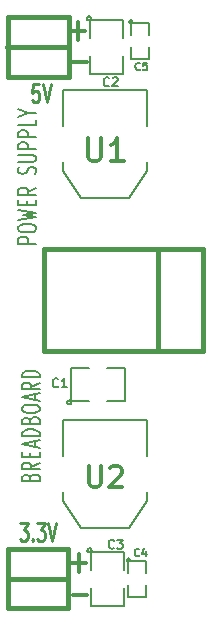
<source format=gto>
G04 (created by PCBNEW-RS274X (2012-01-19 BZR 3256)-stable) date 15/02/2013 12:54:05*
G01*
G70*
G90*
%MOIN*%
G04 Gerber Fmt 3.4, Leading zero omitted, Abs format*
%FSLAX34Y34*%
G04 APERTURE LIST*
%ADD10C,0.006000*%
%ADD11C,0.012000*%
%ADD12C,0.015000*%
%ADD13C,0.008000*%
%ADD14C,0.010000*%
%ADD15C,0.005000*%
G04 APERTURE END LIST*
G54D10*
G54D11*
X68172Y-53269D02*
X68629Y-53269D01*
G54D12*
X68020Y-35010D02*
X65980Y-35010D01*
X66000Y-36000D02*
X66000Y-34000D01*
X68025Y-36000D02*
X66000Y-36000D01*
X68025Y-34000D02*
X68025Y-36000D01*
X67950Y-34000D02*
X68025Y-34000D01*
X66000Y-34000D02*
X67950Y-34000D01*
X68000Y-53700D02*
X68000Y-52750D01*
X66000Y-53700D02*
X68000Y-53700D01*
X66000Y-51750D02*
X66000Y-53700D01*
X68000Y-51750D02*
X66000Y-51750D01*
X68000Y-52750D02*
X68000Y-51750D01*
X66000Y-52750D02*
X68000Y-52750D01*
G54D11*
X68172Y-35519D02*
X68629Y-35519D01*
X68132Y-52209D02*
X68589Y-52209D01*
X68360Y-52514D02*
X68360Y-51904D01*
X68122Y-34469D02*
X68579Y-34469D01*
X68350Y-34774D02*
X68350Y-34164D01*
G54D13*
X66943Y-41560D02*
X66343Y-41560D01*
X66343Y-41407D01*
X66371Y-41369D01*
X66400Y-41350D01*
X66457Y-41331D01*
X66543Y-41331D01*
X66600Y-41350D01*
X66629Y-41369D01*
X66657Y-41407D01*
X66657Y-41560D01*
X66343Y-41084D02*
X66343Y-41007D01*
X66371Y-40969D01*
X66429Y-40931D01*
X66543Y-40912D01*
X66743Y-40912D01*
X66857Y-40931D01*
X66914Y-40969D01*
X66943Y-41007D01*
X66943Y-41084D01*
X66914Y-41122D01*
X66857Y-41160D01*
X66743Y-41179D01*
X66543Y-41179D01*
X66429Y-41160D01*
X66371Y-41122D01*
X66343Y-41084D01*
X66343Y-40779D02*
X66943Y-40684D01*
X66514Y-40607D01*
X66943Y-40531D01*
X66343Y-40436D01*
X66629Y-40284D02*
X66629Y-40150D01*
X66943Y-40093D02*
X66943Y-40284D01*
X66343Y-40284D01*
X66343Y-40093D01*
X66943Y-39693D02*
X66657Y-39827D01*
X66943Y-39922D02*
X66343Y-39922D01*
X66343Y-39769D01*
X66371Y-39731D01*
X66400Y-39712D01*
X66457Y-39693D01*
X66543Y-39693D01*
X66600Y-39712D01*
X66629Y-39731D01*
X66657Y-39769D01*
X66657Y-39922D01*
X66914Y-39236D02*
X66943Y-39179D01*
X66943Y-39083D01*
X66914Y-39045D01*
X66886Y-39026D01*
X66829Y-39007D01*
X66771Y-39007D01*
X66714Y-39026D01*
X66686Y-39045D01*
X66657Y-39083D01*
X66629Y-39160D01*
X66600Y-39198D01*
X66571Y-39217D01*
X66514Y-39236D01*
X66457Y-39236D01*
X66400Y-39217D01*
X66371Y-39198D01*
X66343Y-39160D01*
X66343Y-39064D01*
X66371Y-39007D01*
X66343Y-38836D02*
X66829Y-38836D01*
X66886Y-38817D01*
X66914Y-38798D01*
X66943Y-38760D01*
X66943Y-38683D01*
X66914Y-38645D01*
X66886Y-38626D01*
X66829Y-38607D01*
X66343Y-38607D01*
X66943Y-38417D02*
X66343Y-38417D01*
X66343Y-38264D01*
X66371Y-38226D01*
X66400Y-38207D01*
X66457Y-38188D01*
X66543Y-38188D01*
X66600Y-38207D01*
X66629Y-38226D01*
X66657Y-38264D01*
X66657Y-38417D01*
X66943Y-38017D02*
X66343Y-38017D01*
X66343Y-37864D01*
X66371Y-37826D01*
X66400Y-37807D01*
X66457Y-37788D01*
X66543Y-37788D01*
X66600Y-37807D01*
X66629Y-37826D01*
X66657Y-37864D01*
X66657Y-38017D01*
X66943Y-37426D02*
X66943Y-37617D01*
X66343Y-37617D01*
X66657Y-37217D02*
X66943Y-37217D01*
X66343Y-37350D02*
X66657Y-37217D01*
X66343Y-37083D01*
X66749Y-49354D02*
X66777Y-49297D01*
X66806Y-49278D01*
X66863Y-49259D01*
X66949Y-49259D01*
X67006Y-49278D01*
X67034Y-49297D01*
X67063Y-49335D01*
X67063Y-49488D01*
X66463Y-49488D01*
X66463Y-49354D01*
X66491Y-49316D01*
X66520Y-49297D01*
X66577Y-49278D01*
X66634Y-49278D01*
X66691Y-49297D01*
X66720Y-49316D01*
X66749Y-49354D01*
X66749Y-49488D01*
X67063Y-48859D02*
X66777Y-48993D01*
X67063Y-49088D02*
X66463Y-49088D01*
X66463Y-48935D01*
X66491Y-48897D01*
X66520Y-48878D01*
X66577Y-48859D01*
X66663Y-48859D01*
X66720Y-48878D01*
X66749Y-48897D01*
X66777Y-48935D01*
X66777Y-49088D01*
X66749Y-48688D02*
X66749Y-48554D01*
X67063Y-48497D02*
X67063Y-48688D01*
X66463Y-48688D01*
X66463Y-48497D01*
X66891Y-48345D02*
X66891Y-48154D01*
X67063Y-48383D02*
X66463Y-48250D01*
X67063Y-48116D01*
X67063Y-47983D02*
X66463Y-47983D01*
X66463Y-47888D01*
X66491Y-47830D01*
X66549Y-47792D01*
X66606Y-47773D01*
X66720Y-47754D01*
X66806Y-47754D01*
X66920Y-47773D01*
X66977Y-47792D01*
X67034Y-47830D01*
X67063Y-47888D01*
X67063Y-47983D01*
X66749Y-47449D02*
X66777Y-47392D01*
X66806Y-47373D01*
X66863Y-47354D01*
X66949Y-47354D01*
X67006Y-47373D01*
X67034Y-47392D01*
X67063Y-47430D01*
X67063Y-47583D01*
X66463Y-47583D01*
X66463Y-47449D01*
X66491Y-47411D01*
X66520Y-47392D01*
X66577Y-47373D01*
X66634Y-47373D01*
X66691Y-47392D01*
X66720Y-47411D01*
X66749Y-47449D01*
X66749Y-47583D01*
X66463Y-47107D02*
X66463Y-47030D01*
X66491Y-46992D01*
X66549Y-46954D01*
X66663Y-46935D01*
X66863Y-46935D01*
X66977Y-46954D01*
X67034Y-46992D01*
X67063Y-47030D01*
X67063Y-47107D01*
X67034Y-47145D01*
X66977Y-47183D01*
X66863Y-47202D01*
X66663Y-47202D01*
X66549Y-47183D01*
X66491Y-47145D01*
X66463Y-47107D01*
X66891Y-46783D02*
X66891Y-46592D01*
X67063Y-46821D02*
X66463Y-46688D01*
X67063Y-46554D01*
X67063Y-46192D02*
X66777Y-46326D01*
X67063Y-46421D02*
X66463Y-46421D01*
X66463Y-46268D01*
X66491Y-46230D01*
X66520Y-46211D01*
X66577Y-46192D01*
X66663Y-46192D01*
X66720Y-46211D01*
X66749Y-46230D01*
X66777Y-46268D01*
X66777Y-46421D01*
X67063Y-46021D02*
X66463Y-46021D01*
X66463Y-45926D01*
X66491Y-45868D01*
X66549Y-45830D01*
X66606Y-45811D01*
X66720Y-45792D01*
X66806Y-45792D01*
X66920Y-45811D01*
X66977Y-45830D01*
X67034Y-45868D01*
X67063Y-45926D01*
X67063Y-46021D01*
G54D14*
X67024Y-36243D02*
X66833Y-36243D01*
X66814Y-36529D01*
X66833Y-36500D01*
X66871Y-36471D01*
X66967Y-36471D01*
X67005Y-36500D01*
X67024Y-36529D01*
X67043Y-36586D01*
X67043Y-36729D01*
X67024Y-36786D01*
X67005Y-36814D01*
X66967Y-36843D01*
X66871Y-36843D01*
X66833Y-36814D01*
X66814Y-36786D01*
X67157Y-36243D02*
X67290Y-36843D01*
X67424Y-36243D01*
X66410Y-50873D02*
X66658Y-50873D01*
X66524Y-51101D01*
X66582Y-51101D01*
X66620Y-51130D01*
X66639Y-51159D01*
X66658Y-51216D01*
X66658Y-51359D01*
X66639Y-51416D01*
X66620Y-51444D01*
X66582Y-51473D01*
X66467Y-51473D01*
X66429Y-51444D01*
X66410Y-51416D01*
X66829Y-51416D02*
X66848Y-51444D01*
X66829Y-51473D01*
X66810Y-51444D01*
X66829Y-51416D01*
X66829Y-51473D01*
X66981Y-50873D02*
X67229Y-50873D01*
X67095Y-51101D01*
X67153Y-51101D01*
X67191Y-51130D01*
X67210Y-51159D01*
X67229Y-51216D01*
X67229Y-51359D01*
X67210Y-51416D01*
X67191Y-51444D01*
X67153Y-51473D01*
X67038Y-51473D01*
X67000Y-51444D01*
X66981Y-51416D01*
X67343Y-50873D02*
X67476Y-51473D01*
X67610Y-50873D01*
G54D15*
X68120Y-46850D02*
X68118Y-46863D01*
X68114Y-46876D01*
X68108Y-46888D01*
X68099Y-46899D01*
X68089Y-46908D01*
X68077Y-46914D01*
X68064Y-46918D01*
X68050Y-46919D01*
X68037Y-46918D01*
X68024Y-46914D01*
X68012Y-46908D01*
X68002Y-46900D01*
X67993Y-46889D01*
X67986Y-46877D01*
X67982Y-46864D01*
X67981Y-46850D01*
X67982Y-46838D01*
X67985Y-46825D01*
X67992Y-46813D01*
X68000Y-46802D01*
X68011Y-46793D01*
X68022Y-46786D01*
X68035Y-46782D01*
X68049Y-46781D01*
X68062Y-46782D01*
X68075Y-46785D01*
X68087Y-46791D01*
X68098Y-46800D01*
X68107Y-46810D01*
X68113Y-46822D01*
X68118Y-46835D01*
X68119Y-46849D01*
X68120Y-46850D01*
X68700Y-45700D02*
X68100Y-45700D01*
X68100Y-45700D02*
X68100Y-46800D01*
X68100Y-46800D02*
X68700Y-46800D01*
X69300Y-46800D02*
X69900Y-46800D01*
X69900Y-46800D02*
X69900Y-45700D01*
X69900Y-45700D02*
X69300Y-45700D01*
X68770Y-34050D02*
X68768Y-34063D01*
X68764Y-34076D01*
X68758Y-34088D01*
X68749Y-34099D01*
X68739Y-34108D01*
X68727Y-34114D01*
X68714Y-34118D01*
X68700Y-34119D01*
X68687Y-34118D01*
X68674Y-34114D01*
X68662Y-34108D01*
X68652Y-34100D01*
X68643Y-34089D01*
X68636Y-34077D01*
X68632Y-34064D01*
X68631Y-34050D01*
X68632Y-34038D01*
X68635Y-34025D01*
X68642Y-34013D01*
X68650Y-34002D01*
X68661Y-33993D01*
X68672Y-33986D01*
X68685Y-33982D01*
X68699Y-33981D01*
X68712Y-33982D01*
X68725Y-33985D01*
X68737Y-33991D01*
X68748Y-34000D01*
X68757Y-34010D01*
X68763Y-34022D01*
X68768Y-34035D01*
X68769Y-34049D01*
X68770Y-34050D01*
X69850Y-34700D02*
X69850Y-34100D01*
X69850Y-34100D02*
X68750Y-34100D01*
X68750Y-34100D02*
X68750Y-34700D01*
X68750Y-35300D02*
X68750Y-35900D01*
X68750Y-35900D02*
X69850Y-35900D01*
X69850Y-35900D02*
X69850Y-35300D01*
X68790Y-51780D02*
X68788Y-51793D01*
X68784Y-51806D01*
X68778Y-51818D01*
X68769Y-51829D01*
X68759Y-51838D01*
X68747Y-51844D01*
X68734Y-51848D01*
X68720Y-51849D01*
X68707Y-51848D01*
X68694Y-51844D01*
X68682Y-51838D01*
X68672Y-51830D01*
X68663Y-51819D01*
X68656Y-51807D01*
X68652Y-51794D01*
X68651Y-51780D01*
X68652Y-51768D01*
X68655Y-51755D01*
X68662Y-51743D01*
X68670Y-51732D01*
X68681Y-51723D01*
X68692Y-51716D01*
X68705Y-51712D01*
X68719Y-51711D01*
X68732Y-51712D01*
X68745Y-51715D01*
X68757Y-51721D01*
X68768Y-51730D01*
X68777Y-51740D01*
X68783Y-51752D01*
X68788Y-51765D01*
X68789Y-51779D01*
X68790Y-51780D01*
X69870Y-52430D02*
X69870Y-51830D01*
X69870Y-51830D02*
X68770Y-51830D01*
X68770Y-51830D02*
X68770Y-52430D01*
X68770Y-53030D02*
X68770Y-53630D01*
X68770Y-53630D02*
X69870Y-53630D01*
X69870Y-53630D02*
X69870Y-53030D01*
X70070Y-52100D02*
X70069Y-52109D01*
X70066Y-52119D01*
X70061Y-52127D01*
X70055Y-52135D01*
X70047Y-52141D01*
X70039Y-52146D01*
X70030Y-52148D01*
X70020Y-52149D01*
X70011Y-52149D01*
X70002Y-52146D01*
X69993Y-52141D01*
X69986Y-52135D01*
X69979Y-52128D01*
X69975Y-52119D01*
X69972Y-52110D01*
X69971Y-52100D01*
X69971Y-52091D01*
X69974Y-52082D01*
X69978Y-52073D01*
X69985Y-52066D01*
X69992Y-52059D01*
X70000Y-52055D01*
X70010Y-52052D01*
X70019Y-52051D01*
X70028Y-52051D01*
X70038Y-52054D01*
X70046Y-52058D01*
X70054Y-52064D01*
X70060Y-52072D01*
X70065Y-52080D01*
X70068Y-52089D01*
X70069Y-52099D01*
X70070Y-52100D01*
X70020Y-52550D02*
X70020Y-52150D01*
X70020Y-52150D02*
X70620Y-52150D01*
X70620Y-52150D02*
X70620Y-52550D01*
X70620Y-52950D02*
X70620Y-53350D01*
X70620Y-53350D02*
X70020Y-53350D01*
X70020Y-53350D02*
X70020Y-52950D01*
X70150Y-34150D02*
X70149Y-34159D01*
X70146Y-34169D01*
X70141Y-34177D01*
X70135Y-34185D01*
X70127Y-34191D01*
X70119Y-34196D01*
X70110Y-34198D01*
X70100Y-34199D01*
X70091Y-34199D01*
X70082Y-34196D01*
X70073Y-34191D01*
X70066Y-34185D01*
X70059Y-34178D01*
X70055Y-34169D01*
X70052Y-34160D01*
X70051Y-34150D01*
X70051Y-34141D01*
X70054Y-34132D01*
X70058Y-34123D01*
X70065Y-34116D01*
X70072Y-34109D01*
X70080Y-34105D01*
X70090Y-34102D01*
X70099Y-34101D01*
X70108Y-34101D01*
X70118Y-34104D01*
X70126Y-34108D01*
X70134Y-34114D01*
X70140Y-34122D01*
X70145Y-34130D01*
X70148Y-34139D01*
X70149Y-34149D01*
X70150Y-34150D01*
X70100Y-34600D02*
X70100Y-34200D01*
X70100Y-34200D02*
X70700Y-34200D01*
X70700Y-34200D02*
X70700Y-34600D01*
X70700Y-35000D02*
X70700Y-35400D01*
X70700Y-35400D02*
X70100Y-35400D01*
X70100Y-35400D02*
X70100Y-35000D01*
G54D13*
X70650Y-37650D02*
X70650Y-36450D01*
X70650Y-36450D02*
X67850Y-36450D01*
X67850Y-36450D02*
X67850Y-37650D01*
X70650Y-38850D02*
X70650Y-39150D01*
X70650Y-39150D02*
X70050Y-40050D01*
X70050Y-40050D02*
X68450Y-40050D01*
X68450Y-40050D02*
X67850Y-39150D01*
X67850Y-39150D02*
X67850Y-38850D01*
X70650Y-48650D02*
X70650Y-47450D01*
X70650Y-47450D02*
X67850Y-47450D01*
X67850Y-47450D02*
X67850Y-48650D01*
X70650Y-49850D02*
X70650Y-50150D01*
X70650Y-50150D02*
X70050Y-51050D01*
X70050Y-51050D02*
X68450Y-51050D01*
X68450Y-51050D02*
X67850Y-50150D01*
X67850Y-50150D02*
X67850Y-49850D01*
G54D12*
X72200Y-45150D02*
X72500Y-45150D01*
X72500Y-45150D02*
X72500Y-41750D01*
X72500Y-41750D02*
X72200Y-41750D01*
X71000Y-45150D02*
X71000Y-41750D01*
X67200Y-45150D02*
X67200Y-41750D01*
X72200Y-41750D02*
X67200Y-41750D01*
X72200Y-45150D02*
X67200Y-45150D01*
G54D15*
X67675Y-46318D02*
X67661Y-46332D01*
X67618Y-46346D01*
X67589Y-46346D01*
X67546Y-46332D01*
X67518Y-46304D01*
X67503Y-46275D01*
X67489Y-46218D01*
X67489Y-46175D01*
X67503Y-46118D01*
X67518Y-46089D01*
X67546Y-46061D01*
X67589Y-46046D01*
X67618Y-46046D01*
X67661Y-46061D01*
X67675Y-46075D01*
X67961Y-46346D02*
X67789Y-46346D01*
X67875Y-46346D02*
X67875Y-46046D01*
X67846Y-46089D01*
X67818Y-46118D01*
X67789Y-46132D01*
X69375Y-36293D02*
X69361Y-36307D01*
X69318Y-36321D01*
X69289Y-36321D01*
X69246Y-36307D01*
X69218Y-36279D01*
X69203Y-36250D01*
X69189Y-36193D01*
X69189Y-36150D01*
X69203Y-36093D01*
X69218Y-36064D01*
X69246Y-36036D01*
X69289Y-36021D01*
X69318Y-36021D01*
X69361Y-36036D01*
X69375Y-36050D01*
X69489Y-36050D02*
X69503Y-36036D01*
X69532Y-36021D01*
X69603Y-36021D01*
X69632Y-36036D01*
X69646Y-36050D01*
X69661Y-36079D01*
X69661Y-36107D01*
X69646Y-36150D01*
X69475Y-36321D01*
X69661Y-36321D01*
X69545Y-51698D02*
X69531Y-51712D01*
X69488Y-51726D01*
X69459Y-51726D01*
X69416Y-51712D01*
X69388Y-51684D01*
X69373Y-51655D01*
X69359Y-51598D01*
X69359Y-51555D01*
X69373Y-51498D01*
X69388Y-51469D01*
X69416Y-51441D01*
X69459Y-51426D01*
X69488Y-51426D01*
X69531Y-51441D01*
X69545Y-51455D01*
X69645Y-51426D02*
X69831Y-51426D01*
X69731Y-51541D01*
X69773Y-51541D01*
X69802Y-51555D01*
X69816Y-51569D01*
X69831Y-51598D01*
X69831Y-51669D01*
X69816Y-51698D01*
X69802Y-51712D01*
X69773Y-51726D01*
X69688Y-51726D01*
X69659Y-51712D01*
X69645Y-51698D01*
X70378Y-51952D02*
X70366Y-51964D01*
X70331Y-51976D01*
X70307Y-51976D01*
X70271Y-51964D01*
X70247Y-51940D01*
X70236Y-51917D01*
X70224Y-51869D01*
X70224Y-51833D01*
X70236Y-51786D01*
X70247Y-51762D01*
X70271Y-51738D01*
X70307Y-51726D01*
X70331Y-51726D01*
X70366Y-51738D01*
X70378Y-51750D01*
X70593Y-51810D02*
X70593Y-51976D01*
X70533Y-51714D02*
X70474Y-51893D01*
X70628Y-51893D01*
X70408Y-35752D02*
X70396Y-35764D01*
X70361Y-35776D01*
X70337Y-35776D01*
X70301Y-35764D01*
X70277Y-35740D01*
X70266Y-35717D01*
X70254Y-35669D01*
X70254Y-35633D01*
X70266Y-35586D01*
X70277Y-35562D01*
X70301Y-35538D01*
X70337Y-35526D01*
X70361Y-35526D01*
X70396Y-35538D01*
X70408Y-35550D01*
X70635Y-35526D02*
X70516Y-35526D01*
X70504Y-35645D01*
X70516Y-35633D01*
X70539Y-35621D01*
X70599Y-35621D01*
X70623Y-35633D01*
X70635Y-35645D01*
X70646Y-35669D01*
X70646Y-35729D01*
X70635Y-35752D01*
X70623Y-35764D01*
X70599Y-35776D01*
X70539Y-35776D01*
X70516Y-35764D01*
X70504Y-35752D01*
G54D11*
X68679Y-38054D02*
X68679Y-38661D01*
X68714Y-38732D01*
X68750Y-38768D01*
X68821Y-38804D01*
X68964Y-38804D01*
X69036Y-38768D01*
X69071Y-38732D01*
X69107Y-38661D01*
X69107Y-38054D01*
X69857Y-38804D02*
X69429Y-38804D01*
X69643Y-38804D02*
X69643Y-38054D01*
X69572Y-38161D01*
X69500Y-38232D01*
X69429Y-38268D01*
X68717Y-48958D02*
X68717Y-49525D01*
X68750Y-49592D01*
X68783Y-49625D01*
X68850Y-49658D01*
X68983Y-49658D01*
X69050Y-49625D01*
X69083Y-49592D01*
X69117Y-49525D01*
X69117Y-48958D01*
X69416Y-49025D02*
X69450Y-48992D01*
X69516Y-48958D01*
X69683Y-48958D01*
X69750Y-48992D01*
X69783Y-49025D01*
X69816Y-49092D01*
X69816Y-49158D01*
X69783Y-49258D01*
X69383Y-49658D01*
X69816Y-49658D01*
M02*

</source>
